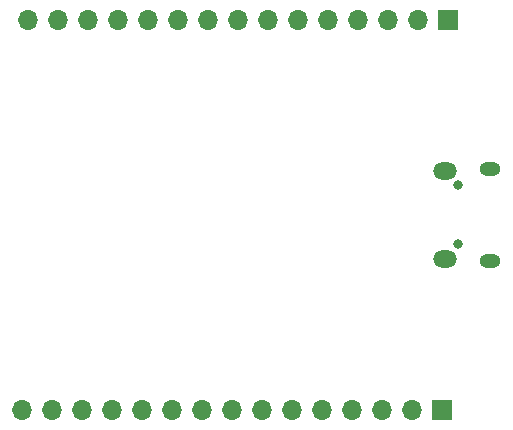
<source format=gbr>
%TF.GenerationSoftware,KiCad,Pcbnew,8.0.8*%
%TF.CreationDate,2025-01-21T23:24:59+01:00*%
%TF.ProjectId,STM32_Design,53544d33-325f-4446-9573-69676e2e6b69,rev?*%
%TF.SameCoordinates,Original*%
%TF.FileFunction,Soldermask,Bot*%
%TF.FilePolarity,Negative*%
%FSLAX46Y46*%
G04 Gerber Fmt 4.6, Leading zero omitted, Abs format (unit mm)*
G04 Created by KiCad (PCBNEW 8.0.8) date 2025-01-21 23:24:59*
%MOMM*%
%LPD*%
G01*
G04 APERTURE LIST*
%ADD10R,1.700000X1.700000*%
%ADD11O,1.700000X1.700000*%
%ADD12O,0.800000X0.800000*%
%ADD13O,1.800000X1.150000*%
%ADD14O,2.000000X1.450000*%
G04 APERTURE END LIST*
D10*
%TO.C,J3*%
X138500000Y-96500000D03*
D11*
X135960000Y-96500000D03*
X133420000Y-96500000D03*
X130880000Y-96500000D03*
X128340000Y-96500000D03*
X125800000Y-96500000D03*
X123260000Y-96500000D03*
X120720000Y-96500000D03*
X118180000Y-96500000D03*
X115640000Y-96500000D03*
X113100000Y-96500000D03*
X110560000Y-96500000D03*
X108020000Y-96500000D03*
X105480000Y-96500000D03*
X102940000Y-96500000D03*
%TD*%
D10*
%TO.C,J2*%
X139000000Y-63500000D03*
D11*
X136460000Y-63500000D03*
X133920000Y-63500000D03*
X131380000Y-63500000D03*
X128840000Y-63500000D03*
X126300000Y-63500000D03*
X123760000Y-63500000D03*
X121220000Y-63500000D03*
X118680000Y-63500000D03*
X116140000Y-63500000D03*
X113600000Y-63500000D03*
X111060000Y-63500000D03*
X108520000Y-63500000D03*
X105980000Y-63500000D03*
X103440000Y-63500000D03*
%TD*%
D12*
%TO.C,J1*%
X139800000Y-82500000D03*
X139800000Y-77500000D03*
D13*
X142550000Y-83875000D03*
D14*
X138750000Y-83725000D03*
X138750000Y-76275000D03*
D13*
X142550000Y-76125000D03*
%TD*%
M02*

</source>
